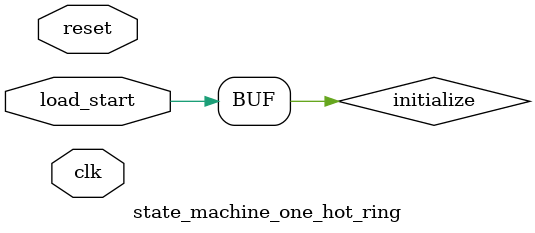
<source format=v>
`timescale 1ns / 1ps
module state_machine_one_hot_ring(
 clk,
 reset,
 load_start
 );
    
    input clk;
    input reset;
    input load_start;
    
    reg [2:0] state;
    wire flush_state_pipeline;
    wire initialize;
      
    always @ (posedge clk or posedge reset)
    begin
    if (reset == 1)
    
    begin
      state <= 0;
    end
    
    else
    
    begin
      if (flush_state_pipeline == 1)
      begin
        state <= 0;
      end
      else if (initialize == 1)
      begin
        state <= 3'b001;
      end
      else
      begin
        state <= {state[1], state[0], state[2]};
      end
    end
  end
  
 assign initialize = (load_start == 1);
endmodule

</source>
